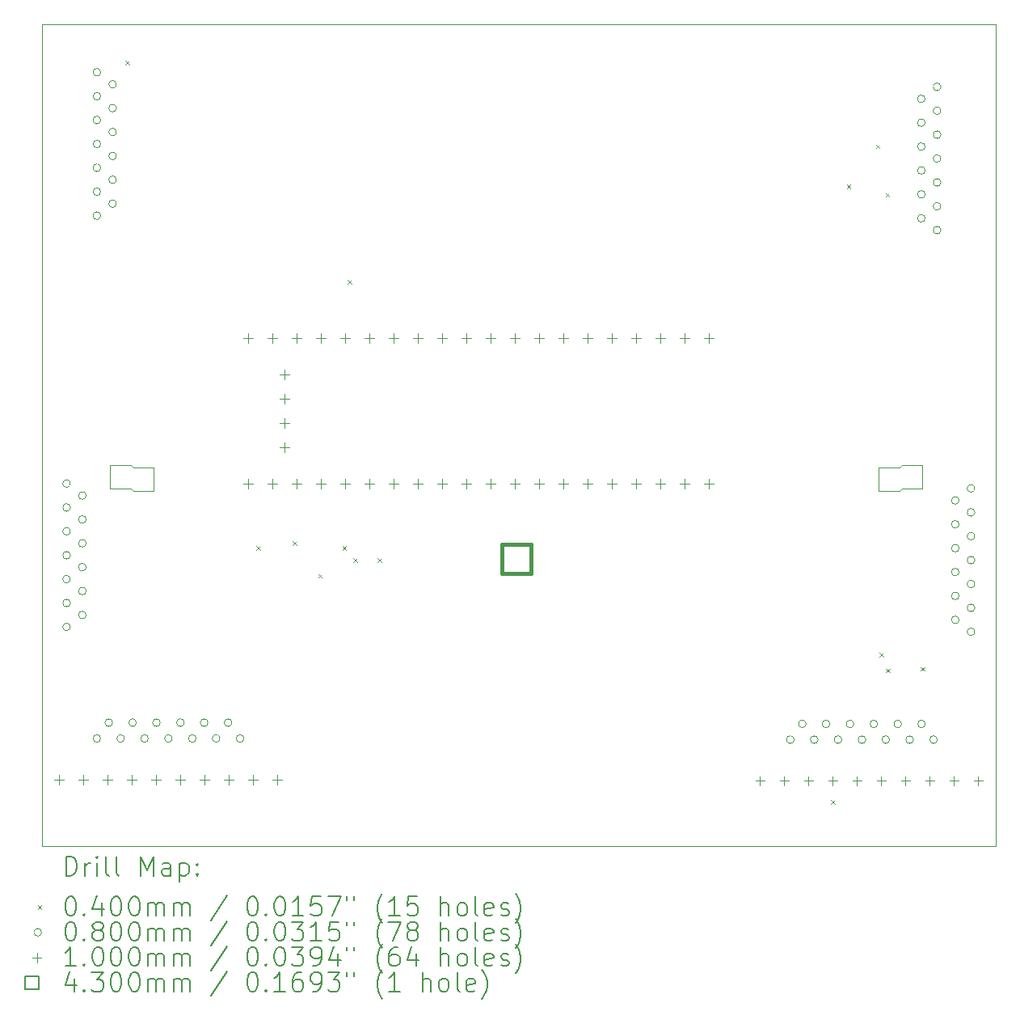
<source format=gbr>
%FSLAX45Y45*%
G04 Gerber Fmt 4.5, Leading zero omitted, Abs format (unit mm)*
G04 Created by KiCad (PCBNEW (6.0.1-0)) date 2022-08-05 19:05:13*
%MOMM*%
%LPD*%
G01*
G04 APERTURE LIST*
%TA.AperFunction,Profile*%
%ADD10C,0.050000*%
%TD*%
%TA.AperFunction,Profile*%
%ADD11C,0.100000*%
%TD*%
%ADD12C,0.200000*%
%ADD13C,0.040000*%
%ADD14C,0.080000*%
%ADD15C,0.100000*%
%ADD16C,0.430000*%
G04 APERTURE END LIST*
D10*
X19870000Y-6200360D02*
X9875000Y-6200360D01*
D11*
X10591800Y-10820400D02*
X10591800Y-11061700D01*
X11049000Y-10845800D02*
X10833100Y-10845800D01*
X11049000Y-11087100D02*
X10833100Y-11087100D01*
X10807700Y-10820400D02*
X10591800Y-10820400D01*
X10591800Y-11061700D02*
X10807700Y-11061700D01*
X19100800Y-10820400D02*
X19100800Y-11061700D01*
X18643600Y-11087100D02*
X18859500Y-11087100D01*
X18884900Y-11061700D02*
X18859500Y-11087100D01*
X18884900Y-10820400D02*
X18859500Y-10845800D01*
X18643600Y-10845800D02*
X18643600Y-11087100D01*
X18884900Y-10820400D02*
X19100800Y-10820400D01*
X19100800Y-11061700D02*
X18884900Y-11061700D01*
X18643600Y-10845800D02*
X18859500Y-10845800D01*
D10*
X9875000Y-14800360D02*
X19870000Y-14800360D01*
X19870000Y-14800360D02*
X19870000Y-6200360D01*
X9875000Y-6200360D02*
X9875000Y-14800360D01*
D11*
X10807700Y-11061700D02*
X10833100Y-11087100D01*
X11049000Y-10845800D02*
X11049000Y-11087100D01*
X10807700Y-10820400D02*
X10833100Y-10845800D01*
D12*
D13*
X10749600Y-6584000D02*
X10789600Y-6624000D01*
X10789600Y-6584000D02*
X10749600Y-6624000D01*
X12121200Y-11664000D02*
X12161200Y-11704000D01*
X12161200Y-11664000D02*
X12121200Y-11704000D01*
X12502200Y-11613200D02*
X12542200Y-11653200D01*
X12542200Y-11613200D02*
X12502200Y-11653200D01*
X12768900Y-11956100D02*
X12808900Y-11996100D01*
X12808900Y-11956100D02*
X12768900Y-11996100D01*
X13022900Y-11664000D02*
X13062900Y-11704000D01*
X13062900Y-11664000D02*
X13022900Y-11704000D01*
X13080000Y-8880000D02*
X13120000Y-8920000D01*
X13120000Y-8880000D02*
X13080000Y-8920000D01*
X13137200Y-11791000D02*
X13177200Y-11831000D01*
X13177200Y-11791000D02*
X13137200Y-11831000D01*
X13391200Y-11791000D02*
X13431200Y-11831000D01*
X13431200Y-11791000D02*
X13391200Y-11831000D01*
X18141000Y-14322973D02*
X18181000Y-14362973D01*
X18181000Y-14322973D02*
X18141000Y-14362973D01*
X18306100Y-7879400D02*
X18346100Y-7919400D01*
X18346100Y-7879400D02*
X18306100Y-7919400D01*
X18610900Y-7460300D02*
X18650900Y-7500300D01*
X18650900Y-7460300D02*
X18610900Y-7500300D01*
X18649000Y-12781600D02*
X18689000Y-12821600D01*
X18689000Y-12781600D02*
X18649000Y-12821600D01*
X18712500Y-7968300D02*
X18752500Y-8008300D01*
X18752500Y-7968300D02*
X18712500Y-8008300D01*
X18716690Y-12946700D02*
X18756690Y-12986700D01*
X18756690Y-12946700D02*
X18716690Y-12986700D01*
X19080000Y-12930000D02*
X19120000Y-12970000D01*
X19120000Y-12930000D02*
X19080000Y-12970000D01*
D14*
X10174600Y-11010200D02*
G75*
G03*
X10174600Y-11010200I-40000J0D01*
G01*
X10174600Y-11260200D02*
G75*
G03*
X10174600Y-11260200I-40000J0D01*
G01*
X10174600Y-11510200D02*
G75*
G03*
X10174600Y-11510200I-40000J0D01*
G01*
X10174600Y-11760200D02*
G75*
G03*
X10174600Y-11760200I-40000J0D01*
G01*
X10174600Y-12010200D02*
G75*
G03*
X10174600Y-12010200I-40000J0D01*
G01*
X10174600Y-12260200D02*
G75*
G03*
X10174600Y-12260200I-40000J0D01*
G01*
X10174600Y-12510200D02*
G75*
G03*
X10174600Y-12510200I-40000J0D01*
G01*
X10339600Y-11135200D02*
G75*
G03*
X10339600Y-11135200I-40000J0D01*
G01*
X10339600Y-11385200D02*
G75*
G03*
X10339600Y-11385200I-40000J0D01*
G01*
X10339600Y-11635200D02*
G75*
G03*
X10339600Y-11635200I-40000J0D01*
G01*
X10339600Y-11885200D02*
G75*
G03*
X10339600Y-11885200I-40000J0D01*
G01*
X10339600Y-12135200D02*
G75*
G03*
X10339600Y-12135200I-40000J0D01*
G01*
X10339600Y-12385200D02*
G75*
G03*
X10339600Y-12385200I-40000J0D01*
G01*
X10491400Y-13677900D02*
G75*
G03*
X10491400Y-13677900I-40000J0D01*
G01*
X10492100Y-6704900D02*
G75*
G03*
X10492100Y-6704900I-40000J0D01*
G01*
X10492100Y-6954900D02*
G75*
G03*
X10492100Y-6954900I-40000J0D01*
G01*
X10492100Y-7204900D02*
G75*
G03*
X10492100Y-7204900I-40000J0D01*
G01*
X10492100Y-7454900D02*
G75*
G03*
X10492100Y-7454900I-40000J0D01*
G01*
X10492100Y-7704900D02*
G75*
G03*
X10492100Y-7704900I-40000J0D01*
G01*
X10492100Y-7954900D02*
G75*
G03*
X10492100Y-7954900I-40000J0D01*
G01*
X10492100Y-8204900D02*
G75*
G03*
X10492100Y-8204900I-40000J0D01*
G01*
X10616400Y-13512900D02*
G75*
G03*
X10616400Y-13512900I-40000J0D01*
G01*
X10657100Y-6829900D02*
G75*
G03*
X10657100Y-6829900I-40000J0D01*
G01*
X10657100Y-7079900D02*
G75*
G03*
X10657100Y-7079900I-40000J0D01*
G01*
X10657100Y-7329900D02*
G75*
G03*
X10657100Y-7329900I-40000J0D01*
G01*
X10657100Y-7579900D02*
G75*
G03*
X10657100Y-7579900I-40000J0D01*
G01*
X10657100Y-7829900D02*
G75*
G03*
X10657100Y-7829900I-40000J0D01*
G01*
X10657100Y-8079900D02*
G75*
G03*
X10657100Y-8079900I-40000J0D01*
G01*
X10741400Y-13677900D02*
G75*
G03*
X10741400Y-13677900I-40000J0D01*
G01*
X10866400Y-13512900D02*
G75*
G03*
X10866400Y-13512900I-40000J0D01*
G01*
X10991400Y-13677900D02*
G75*
G03*
X10991400Y-13677900I-40000J0D01*
G01*
X11116400Y-13512900D02*
G75*
G03*
X11116400Y-13512900I-40000J0D01*
G01*
X11241400Y-13677900D02*
G75*
G03*
X11241400Y-13677900I-40000J0D01*
G01*
X11366400Y-13512900D02*
G75*
G03*
X11366400Y-13512900I-40000J0D01*
G01*
X11491400Y-13677900D02*
G75*
G03*
X11491400Y-13677900I-40000J0D01*
G01*
X11616400Y-13512900D02*
G75*
G03*
X11616400Y-13512900I-40000J0D01*
G01*
X11741400Y-13677900D02*
G75*
G03*
X11741400Y-13677900I-40000J0D01*
G01*
X11866400Y-13512900D02*
G75*
G03*
X11866400Y-13512900I-40000J0D01*
G01*
X11991400Y-13677900D02*
G75*
G03*
X11991400Y-13677900I-40000J0D01*
G01*
X17755800Y-13690600D02*
G75*
G03*
X17755800Y-13690600I-40000J0D01*
G01*
X17880800Y-13525600D02*
G75*
G03*
X17880800Y-13525600I-40000J0D01*
G01*
X18005800Y-13690600D02*
G75*
G03*
X18005800Y-13690600I-40000J0D01*
G01*
X18130800Y-13525600D02*
G75*
G03*
X18130800Y-13525600I-40000J0D01*
G01*
X18255800Y-13690600D02*
G75*
G03*
X18255800Y-13690600I-40000J0D01*
G01*
X18380800Y-13525600D02*
G75*
G03*
X18380800Y-13525600I-40000J0D01*
G01*
X18505800Y-13690600D02*
G75*
G03*
X18505800Y-13690600I-40000J0D01*
G01*
X18630800Y-13525600D02*
G75*
G03*
X18630800Y-13525600I-40000J0D01*
G01*
X18755800Y-13690600D02*
G75*
G03*
X18755800Y-13690600I-40000J0D01*
G01*
X18880800Y-13525600D02*
G75*
G03*
X18880800Y-13525600I-40000J0D01*
G01*
X19005800Y-13690600D02*
G75*
G03*
X19005800Y-13690600I-40000J0D01*
G01*
X19128200Y-6982300D02*
G75*
G03*
X19128200Y-6982300I-40000J0D01*
G01*
X19128200Y-7232300D02*
G75*
G03*
X19128200Y-7232300I-40000J0D01*
G01*
X19128200Y-7482300D02*
G75*
G03*
X19128200Y-7482300I-40000J0D01*
G01*
X19128200Y-7732300D02*
G75*
G03*
X19128200Y-7732300I-40000J0D01*
G01*
X19128200Y-7982300D02*
G75*
G03*
X19128200Y-7982300I-40000J0D01*
G01*
X19128200Y-8232300D02*
G75*
G03*
X19128200Y-8232300I-40000J0D01*
G01*
X19130800Y-13525600D02*
G75*
G03*
X19130800Y-13525600I-40000J0D01*
G01*
X19255800Y-13690600D02*
G75*
G03*
X19255800Y-13690600I-40000J0D01*
G01*
X19293200Y-6857300D02*
G75*
G03*
X19293200Y-6857300I-40000J0D01*
G01*
X19293200Y-7107300D02*
G75*
G03*
X19293200Y-7107300I-40000J0D01*
G01*
X19293200Y-7357300D02*
G75*
G03*
X19293200Y-7357300I-40000J0D01*
G01*
X19293200Y-7607300D02*
G75*
G03*
X19293200Y-7607300I-40000J0D01*
G01*
X19293200Y-7857300D02*
G75*
G03*
X19293200Y-7857300I-40000J0D01*
G01*
X19293200Y-8107300D02*
G75*
G03*
X19293200Y-8107300I-40000J0D01*
G01*
X19293200Y-8357300D02*
G75*
G03*
X19293200Y-8357300I-40000J0D01*
G01*
X19483800Y-11186000D02*
G75*
G03*
X19483800Y-11186000I-40000J0D01*
G01*
X19483800Y-11436000D02*
G75*
G03*
X19483800Y-11436000I-40000J0D01*
G01*
X19483800Y-11686000D02*
G75*
G03*
X19483800Y-11686000I-40000J0D01*
G01*
X19483800Y-11936000D02*
G75*
G03*
X19483800Y-11936000I-40000J0D01*
G01*
X19483800Y-12186000D02*
G75*
G03*
X19483800Y-12186000I-40000J0D01*
G01*
X19483800Y-12436000D02*
G75*
G03*
X19483800Y-12436000I-40000J0D01*
G01*
X19648800Y-11061000D02*
G75*
G03*
X19648800Y-11061000I-40000J0D01*
G01*
X19648800Y-11311000D02*
G75*
G03*
X19648800Y-11311000I-40000J0D01*
G01*
X19648800Y-11561000D02*
G75*
G03*
X19648800Y-11561000I-40000J0D01*
G01*
X19648800Y-11811000D02*
G75*
G03*
X19648800Y-11811000I-40000J0D01*
G01*
X19648800Y-12061000D02*
G75*
G03*
X19648800Y-12061000I-40000J0D01*
G01*
X19648800Y-12311000D02*
G75*
G03*
X19648800Y-12311000I-40000J0D01*
G01*
X19648800Y-12561000D02*
G75*
G03*
X19648800Y-12561000I-40000J0D01*
G01*
D15*
X10058400Y-14059700D02*
X10058400Y-14159700D01*
X10008400Y-14109700D02*
X10108400Y-14109700D01*
X10312400Y-14059700D02*
X10312400Y-14159700D01*
X10262400Y-14109700D02*
X10362400Y-14109700D01*
X10566400Y-14059700D02*
X10566400Y-14159700D01*
X10516400Y-14109700D02*
X10616400Y-14109700D01*
X10820400Y-14059700D02*
X10820400Y-14159700D01*
X10770400Y-14109700D02*
X10870400Y-14109700D01*
X11074400Y-14059700D02*
X11074400Y-14159700D01*
X11024400Y-14109700D02*
X11124400Y-14109700D01*
X11328400Y-14059700D02*
X11328400Y-14159700D01*
X11278400Y-14109700D02*
X11378400Y-14109700D01*
X11582400Y-14059700D02*
X11582400Y-14159700D01*
X11532400Y-14109700D02*
X11632400Y-14109700D01*
X11836400Y-14059700D02*
X11836400Y-14159700D01*
X11786400Y-14109700D02*
X11886400Y-14109700D01*
X12037000Y-9438000D02*
X12037000Y-9538000D01*
X11987000Y-9488000D02*
X12087000Y-9488000D01*
X12037000Y-10962000D02*
X12037000Y-11062000D01*
X11987000Y-11012000D02*
X12087000Y-11012000D01*
X12090400Y-14059700D02*
X12090400Y-14159700D01*
X12040400Y-14109700D02*
X12140400Y-14109700D01*
X12291000Y-9438000D02*
X12291000Y-9538000D01*
X12241000Y-9488000D02*
X12341000Y-9488000D01*
X12291000Y-10962000D02*
X12291000Y-11062000D01*
X12241000Y-11012000D02*
X12341000Y-11012000D01*
X12344400Y-14059700D02*
X12344400Y-14159700D01*
X12294400Y-14109700D02*
X12394400Y-14109700D01*
X12418100Y-9818800D02*
X12418100Y-9918800D01*
X12368100Y-9868800D02*
X12468100Y-9868800D01*
X12418100Y-10072800D02*
X12418100Y-10172800D01*
X12368100Y-10122800D02*
X12468100Y-10122800D01*
X12418100Y-10326800D02*
X12418100Y-10426800D01*
X12368100Y-10376800D02*
X12468100Y-10376800D01*
X12418100Y-10580800D02*
X12418100Y-10680800D01*
X12368100Y-10630800D02*
X12468100Y-10630800D01*
X12545000Y-9438000D02*
X12545000Y-9538000D01*
X12495000Y-9488000D02*
X12595000Y-9488000D01*
X12545000Y-10962000D02*
X12545000Y-11062000D01*
X12495000Y-11012000D02*
X12595000Y-11012000D01*
X12799000Y-9438000D02*
X12799000Y-9538000D01*
X12749000Y-9488000D02*
X12849000Y-9488000D01*
X12799000Y-10962000D02*
X12799000Y-11062000D01*
X12749000Y-11012000D02*
X12849000Y-11012000D01*
X13053000Y-9438000D02*
X13053000Y-9538000D01*
X13003000Y-9488000D02*
X13103000Y-9488000D01*
X13053000Y-10962000D02*
X13053000Y-11062000D01*
X13003000Y-11012000D02*
X13103000Y-11012000D01*
X13307000Y-9438000D02*
X13307000Y-9538000D01*
X13257000Y-9488000D02*
X13357000Y-9488000D01*
X13307000Y-10962000D02*
X13307000Y-11062000D01*
X13257000Y-11012000D02*
X13357000Y-11012000D01*
X13561000Y-9438000D02*
X13561000Y-9538000D01*
X13511000Y-9488000D02*
X13611000Y-9488000D01*
X13561000Y-10962000D02*
X13561000Y-11062000D01*
X13511000Y-11012000D02*
X13611000Y-11012000D01*
X13815000Y-9438000D02*
X13815000Y-9538000D01*
X13765000Y-9488000D02*
X13865000Y-9488000D01*
X13815000Y-10962000D02*
X13815000Y-11062000D01*
X13765000Y-11012000D02*
X13865000Y-11012000D01*
X14069000Y-9438000D02*
X14069000Y-9538000D01*
X14019000Y-9488000D02*
X14119000Y-9488000D01*
X14069000Y-10962000D02*
X14069000Y-11062000D01*
X14019000Y-11012000D02*
X14119000Y-11012000D01*
X14323000Y-9438000D02*
X14323000Y-9538000D01*
X14273000Y-9488000D02*
X14373000Y-9488000D01*
X14323000Y-10962000D02*
X14323000Y-11062000D01*
X14273000Y-11012000D02*
X14373000Y-11012000D01*
X14577000Y-9438000D02*
X14577000Y-9538000D01*
X14527000Y-9488000D02*
X14627000Y-9488000D01*
X14577000Y-10962000D02*
X14577000Y-11062000D01*
X14527000Y-11012000D02*
X14627000Y-11012000D01*
X14831000Y-9438000D02*
X14831000Y-9538000D01*
X14781000Y-9488000D02*
X14881000Y-9488000D01*
X14831000Y-10962000D02*
X14831000Y-11062000D01*
X14781000Y-11012000D02*
X14881000Y-11012000D01*
X15085000Y-9438000D02*
X15085000Y-9538000D01*
X15035000Y-9488000D02*
X15135000Y-9488000D01*
X15085000Y-10962000D02*
X15085000Y-11062000D01*
X15035000Y-11012000D02*
X15135000Y-11012000D01*
X15339000Y-9438000D02*
X15339000Y-9538000D01*
X15289000Y-9488000D02*
X15389000Y-9488000D01*
X15339000Y-10962000D02*
X15339000Y-11062000D01*
X15289000Y-11012000D02*
X15389000Y-11012000D01*
X15593000Y-9438000D02*
X15593000Y-9538000D01*
X15543000Y-9488000D02*
X15643000Y-9488000D01*
X15593000Y-10962000D02*
X15593000Y-11062000D01*
X15543000Y-11012000D02*
X15643000Y-11012000D01*
X15847000Y-9438000D02*
X15847000Y-9538000D01*
X15797000Y-9488000D02*
X15897000Y-9488000D01*
X15847000Y-10962000D02*
X15847000Y-11062000D01*
X15797000Y-11012000D02*
X15897000Y-11012000D01*
X16101000Y-9438000D02*
X16101000Y-9538000D01*
X16051000Y-9488000D02*
X16151000Y-9488000D01*
X16101000Y-10962000D02*
X16101000Y-11062000D01*
X16051000Y-11012000D02*
X16151000Y-11012000D01*
X16355000Y-9438000D02*
X16355000Y-9538000D01*
X16305000Y-9488000D02*
X16405000Y-9488000D01*
X16355000Y-10962000D02*
X16355000Y-11062000D01*
X16305000Y-11012000D02*
X16405000Y-11012000D01*
X16609000Y-9438000D02*
X16609000Y-9538000D01*
X16559000Y-9488000D02*
X16659000Y-9488000D01*
X16609000Y-10962000D02*
X16609000Y-11062000D01*
X16559000Y-11012000D02*
X16659000Y-11012000D01*
X16863000Y-9438000D02*
X16863000Y-9538000D01*
X16813000Y-9488000D02*
X16913000Y-9488000D01*
X16863000Y-10962000D02*
X16863000Y-11062000D01*
X16813000Y-11012000D02*
X16913000Y-11012000D01*
X17399500Y-14072400D02*
X17399500Y-14172400D01*
X17349500Y-14122400D02*
X17449500Y-14122400D01*
X17653500Y-14072400D02*
X17653500Y-14172400D01*
X17603500Y-14122400D02*
X17703500Y-14122400D01*
X17907500Y-14072400D02*
X17907500Y-14172400D01*
X17857500Y-14122400D02*
X17957500Y-14122400D01*
X18161500Y-14072400D02*
X18161500Y-14172400D01*
X18111500Y-14122400D02*
X18211500Y-14122400D01*
X18415500Y-14072400D02*
X18415500Y-14172400D01*
X18365500Y-14122400D02*
X18465500Y-14122400D01*
X18669500Y-14072400D02*
X18669500Y-14172400D01*
X18619500Y-14122400D02*
X18719500Y-14122400D01*
X18923500Y-14072400D02*
X18923500Y-14172400D01*
X18873500Y-14122400D02*
X18973500Y-14122400D01*
X19177500Y-14072400D02*
X19177500Y-14172400D01*
X19127500Y-14122400D02*
X19227500Y-14122400D01*
X19431500Y-14072400D02*
X19431500Y-14172400D01*
X19381500Y-14122400D02*
X19481500Y-14122400D01*
X19685500Y-14072400D02*
X19685500Y-14172400D01*
X19635500Y-14122400D02*
X19735500Y-14122400D01*
D16*
X15002139Y-11952389D02*
X15002139Y-11648331D01*
X14698081Y-11648331D01*
X14698081Y-11952389D01*
X15002139Y-11952389D01*
D12*
X10130119Y-15113336D02*
X10130119Y-14913336D01*
X10177738Y-14913336D01*
X10206310Y-14922860D01*
X10225357Y-14941908D01*
X10234881Y-14960955D01*
X10244405Y-14999050D01*
X10244405Y-15027622D01*
X10234881Y-15065717D01*
X10225357Y-15084765D01*
X10206310Y-15103812D01*
X10177738Y-15113336D01*
X10130119Y-15113336D01*
X10330119Y-15113336D02*
X10330119Y-14980003D01*
X10330119Y-15018098D02*
X10339643Y-14999050D01*
X10349167Y-14989527D01*
X10368214Y-14980003D01*
X10387262Y-14980003D01*
X10453929Y-15113336D02*
X10453929Y-14980003D01*
X10453929Y-14913336D02*
X10444405Y-14922860D01*
X10453929Y-14932384D01*
X10463452Y-14922860D01*
X10453929Y-14913336D01*
X10453929Y-14932384D01*
X10577738Y-15113336D02*
X10558690Y-15103812D01*
X10549167Y-15084765D01*
X10549167Y-14913336D01*
X10682500Y-15113336D02*
X10663452Y-15103812D01*
X10653929Y-15084765D01*
X10653929Y-14913336D01*
X10911071Y-15113336D02*
X10911071Y-14913336D01*
X10977738Y-15056193D01*
X11044405Y-14913336D01*
X11044405Y-15113336D01*
X11225357Y-15113336D02*
X11225357Y-15008574D01*
X11215833Y-14989527D01*
X11196786Y-14980003D01*
X11158690Y-14980003D01*
X11139643Y-14989527D01*
X11225357Y-15103812D02*
X11206309Y-15113336D01*
X11158690Y-15113336D01*
X11139643Y-15103812D01*
X11130119Y-15084765D01*
X11130119Y-15065717D01*
X11139643Y-15046669D01*
X11158690Y-15037146D01*
X11206309Y-15037146D01*
X11225357Y-15027622D01*
X11320595Y-14980003D02*
X11320595Y-15180003D01*
X11320595Y-14989527D02*
X11339643Y-14980003D01*
X11377738Y-14980003D01*
X11396786Y-14989527D01*
X11406309Y-14999050D01*
X11415833Y-15018098D01*
X11415833Y-15075241D01*
X11406309Y-15094288D01*
X11396786Y-15103812D01*
X11377738Y-15113336D01*
X11339643Y-15113336D01*
X11320595Y-15103812D01*
X11501548Y-15094288D02*
X11511071Y-15103812D01*
X11501548Y-15113336D01*
X11492024Y-15103812D01*
X11501548Y-15094288D01*
X11501548Y-15113336D01*
X11501548Y-14989527D02*
X11511071Y-14999050D01*
X11501548Y-15008574D01*
X11492024Y-14999050D01*
X11501548Y-14989527D01*
X11501548Y-15008574D01*
D13*
X9832500Y-15422860D02*
X9872500Y-15462860D01*
X9872500Y-15422860D02*
X9832500Y-15462860D01*
D12*
X10168214Y-15333336D02*
X10187262Y-15333336D01*
X10206310Y-15342860D01*
X10215833Y-15352384D01*
X10225357Y-15371431D01*
X10234881Y-15409527D01*
X10234881Y-15457146D01*
X10225357Y-15495241D01*
X10215833Y-15514288D01*
X10206310Y-15523812D01*
X10187262Y-15533336D01*
X10168214Y-15533336D01*
X10149167Y-15523812D01*
X10139643Y-15514288D01*
X10130119Y-15495241D01*
X10120595Y-15457146D01*
X10120595Y-15409527D01*
X10130119Y-15371431D01*
X10139643Y-15352384D01*
X10149167Y-15342860D01*
X10168214Y-15333336D01*
X10320595Y-15514288D02*
X10330119Y-15523812D01*
X10320595Y-15533336D01*
X10311071Y-15523812D01*
X10320595Y-15514288D01*
X10320595Y-15533336D01*
X10501548Y-15400003D02*
X10501548Y-15533336D01*
X10453929Y-15323812D02*
X10406310Y-15466669D01*
X10530119Y-15466669D01*
X10644405Y-15333336D02*
X10663452Y-15333336D01*
X10682500Y-15342860D01*
X10692024Y-15352384D01*
X10701548Y-15371431D01*
X10711071Y-15409527D01*
X10711071Y-15457146D01*
X10701548Y-15495241D01*
X10692024Y-15514288D01*
X10682500Y-15523812D01*
X10663452Y-15533336D01*
X10644405Y-15533336D01*
X10625357Y-15523812D01*
X10615833Y-15514288D01*
X10606310Y-15495241D01*
X10596786Y-15457146D01*
X10596786Y-15409527D01*
X10606310Y-15371431D01*
X10615833Y-15352384D01*
X10625357Y-15342860D01*
X10644405Y-15333336D01*
X10834881Y-15333336D02*
X10853929Y-15333336D01*
X10872976Y-15342860D01*
X10882500Y-15352384D01*
X10892024Y-15371431D01*
X10901548Y-15409527D01*
X10901548Y-15457146D01*
X10892024Y-15495241D01*
X10882500Y-15514288D01*
X10872976Y-15523812D01*
X10853929Y-15533336D01*
X10834881Y-15533336D01*
X10815833Y-15523812D01*
X10806310Y-15514288D01*
X10796786Y-15495241D01*
X10787262Y-15457146D01*
X10787262Y-15409527D01*
X10796786Y-15371431D01*
X10806310Y-15352384D01*
X10815833Y-15342860D01*
X10834881Y-15333336D01*
X10987262Y-15533336D02*
X10987262Y-15400003D01*
X10987262Y-15419050D02*
X10996786Y-15409527D01*
X11015833Y-15400003D01*
X11044405Y-15400003D01*
X11063452Y-15409527D01*
X11072976Y-15428574D01*
X11072976Y-15533336D01*
X11072976Y-15428574D02*
X11082500Y-15409527D01*
X11101548Y-15400003D01*
X11130119Y-15400003D01*
X11149167Y-15409527D01*
X11158690Y-15428574D01*
X11158690Y-15533336D01*
X11253928Y-15533336D02*
X11253928Y-15400003D01*
X11253928Y-15419050D02*
X11263452Y-15409527D01*
X11282500Y-15400003D01*
X11311071Y-15400003D01*
X11330119Y-15409527D01*
X11339643Y-15428574D01*
X11339643Y-15533336D01*
X11339643Y-15428574D02*
X11349167Y-15409527D01*
X11368214Y-15400003D01*
X11396786Y-15400003D01*
X11415833Y-15409527D01*
X11425357Y-15428574D01*
X11425357Y-15533336D01*
X11815833Y-15323812D02*
X11644405Y-15580955D01*
X12072976Y-15333336D02*
X12092024Y-15333336D01*
X12111071Y-15342860D01*
X12120595Y-15352384D01*
X12130119Y-15371431D01*
X12139643Y-15409527D01*
X12139643Y-15457146D01*
X12130119Y-15495241D01*
X12120595Y-15514288D01*
X12111071Y-15523812D01*
X12092024Y-15533336D01*
X12072976Y-15533336D01*
X12053928Y-15523812D01*
X12044405Y-15514288D01*
X12034881Y-15495241D01*
X12025357Y-15457146D01*
X12025357Y-15409527D01*
X12034881Y-15371431D01*
X12044405Y-15352384D01*
X12053928Y-15342860D01*
X12072976Y-15333336D01*
X12225357Y-15514288D02*
X12234881Y-15523812D01*
X12225357Y-15533336D01*
X12215833Y-15523812D01*
X12225357Y-15514288D01*
X12225357Y-15533336D01*
X12358690Y-15333336D02*
X12377738Y-15333336D01*
X12396786Y-15342860D01*
X12406309Y-15352384D01*
X12415833Y-15371431D01*
X12425357Y-15409527D01*
X12425357Y-15457146D01*
X12415833Y-15495241D01*
X12406309Y-15514288D01*
X12396786Y-15523812D01*
X12377738Y-15533336D01*
X12358690Y-15533336D01*
X12339643Y-15523812D01*
X12330119Y-15514288D01*
X12320595Y-15495241D01*
X12311071Y-15457146D01*
X12311071Y-15409527D01*
X12320595Y-15371431D01*
X12330119Y-15352384D01*
X12339643Y-15342860D01*
X12358690Y-15333336D01*
X12615833Y-15533336D02*
X12501548Y-15533336D01*
X12558690Y-15533336D02*
X12558690Y-15333336D01*
X12539643Y-15361908D01*
X12520595Y-15380955D01*
X12501548Y-15390479D01*
X12796786Y-15333336D02*
X12701548Y-15333336D01*
X12692024Y-15428574D01*
X12701548Y-15419050D01*
X12720595Y-15409527D01*
X12768214Y-15409527D01*
X12787262Y-15419050D01*
X12796786Y-15428574D01*
X12806309Y-15447622D01*
X12806309Y-15495241D01*
X12796786Y-15514288D01*
X12787262Y-15523812D01*
X12768214Y-15533336D01*
X12720595Y-15533336D01*
X12701548Y-15523812D01*
X12692024Y-15514288D01*
X12872976Y-15333336D02*
X13006309Y-15333336D01*
X12920595Y-15533336D01*
X13072976Y-15333336D02*
X13072976Y-15371431D01*
X13149167Y-15333336D02*
X13149167Y-15371431D01*
X13444405Y-15609527D02*
X13434881Y-15600003D01*
X13415833Y-15571431D01*
X13406309Y-15552384D01*
X13396786Y-15523812D01*
X13387262Y-15476193D01*
X13387262Y-15438098D01*
X13396786Y-15390479D01*
X13406309Y-15361908D01*
X13415833Y-15342860D01*
X13434881Y-15314288D01*
X13444405Y-15304765D01*
X13625357Y-15533336D02*
X13511071Y-15533336D01*
X13568214Y-15533336D02*
X13568214Y-15333336D01*
X13549167Y-15361908D01*
X13530119Y-15380955D01*
X13511071Y-15390479D01*
X13806309Y-15333336D02*
X13711071Y-15333336D01*
X13701548Y-15428574D01*
X13711071Y-15419050D01*
X13730119Y-15409527D01*
X13777738Y-15409527D01*
X13796786Y-15419050D01*
X13806309Y-15428574D01*
X13815833Y-15447622D01*
X13815833Y-15495241D01*
X13806309Y-15514288D01*
X13796786Y-15523812D01*
X13777738Y-15533336D01*
X13730119Y-15533336D01*
X13711071Y-15523812D01*
X13701548Y-15514288D01*
X14053928Y-15533336D02*
X14053928Y-15333336D01*
X14139643Y-15533336D02*
X14139643Y-15428574D01*
X14130119Y-15409527D01*
X14111071Y-15400003D01*
X14082500Y-15400003D01*
X14063452Y-15409527D01*
X14053928Y-15419050D01*
X14263452Y-15533336D02*
X14244405Y-15523812D01*
X14234881Y-15514288D01*
X14225357Y-15495241D01*
X14225357Y-15438098D01*
X14234881Y-15419050D01*
X14244405Y-15409527D01*
X14263452Y-15400003D01*
X14292024Y-15400003D01*
X14311071Y-15409527D01*
X14320595Y-15419050D01*
X14330119Y-15438098D01*
X14330119Y-15495241D01*
X14320595Y-15514288D01*
X14311071Y-15523812D01*
X14292024Y-15533336D01*
X14263452Y-15533336D01*
X14444405Y-15533336D02*
X14425357Y-15523812D01*
X14415833Y-15504765D01*
X14415833Y-15333336D01*
X14596786Y-15523812D02*
X14577738Y-15533336D01*
X14539643Y-15533336D01*
X14520595Y-15523812D01*
X14511071Y-15504765D01*
X14511071Y-15428574D01*
X14520595Y-15409527D01*
X14539643Y-15400003D01*
X14577738Y-15400003D01*
X14596786Y-15409527D01*
X14606309Y-15428574D01*
X14606309Y-15447622D01*
X14511071Y-15466669D01*
X14682500Y-15523812D02*
X14701548Y-15533336D01*
X14739643Y-15533336D01*
X14758690Y-15523812D01*
X14768214Y-15504765D01*
X14768214Y-15495241D01*
X14758690Y-15476193D01*
X14739643Y-15466669D01*
X14711071Y-15466669D01*
X14692024Y-15457146D01*
X14682500Y-15438098D01*
X14682500Y-15428574D01*
X14692024Y-15409527D01*
X14711071Y-15400003D01*
X14739643Y-15400003D01*
X14758690Y-15409527D01*
X14834881Y-15609527D02*
X14844405Y-15600003D01*
X14863452Y-15571431D01*
X14872976Y-15552384D01*
X14882500Y-15523812D01*
X14892024Y-15476193D01*
X14892024Y-15438098D01*
X14882500Y-15390479D01*
X14872976Y-15361908D01*
X14863452Y-15342860D01*
X14844405Y-15314288D01*
X14834881Y-15304765D01*
D14*
X9872500Y-15706860D02*
G75*
G03*
X9872500Y-15706860I-40000J0D01*
G01*
D12*
X10168214Y-15597336D02*
X10187262Y-15597336D01*
X10206310Y-15606860D01*
X10215833Y-15616384D01*
X10225357Y-15635431D01*
X10234881Y-15673527D01*
X10234881Y-15721146D01*
X10225357Y-15759241D01*
X10215833Y-15778288D01*
X10206310Y-15787812D01*
X10187262Y-15797336D01*
X10168214Y-15797336D01*
X10149167Y-15787812D01*
X10139643Y-15778288D01*
X10130119Y-15759241D01*
X10120595Y-15721146D01*
X10120595Y-15673527D01*
X10130119Y-15635431D01*
X10139643Y-15616384D01*
X10149167Y-15606860D01*
X10168214Y-15597336D01*
X10320595Y-15778288D02*
X10330119Y-15787812D01*
X10320595Y-15797336D01*
X10311071Y-15787812D01*
X10320595Y-15778288D01*
X10320595Y-15797336D01*
X10444405Y-15683050D02*
X10425357Y-15673527D01*
X10415833Y-15664003D01*
X10406310Y-15644955D01*
X10406310Y-15635431D01*
X10415833Y-15616384D01*
X10425357Y-15606860D01*
X10444405Y-15597336D01*
X10482500Y-15597336D01*
X10501548Y-15606860D01*
X10511071Y-15616384D01*
X10520595Y-15635431D01*
X10520595Y-15644955D01*
X10511071Y-15664003D01*
X10501548Y-15673527D01*
X10482500Y-15683050D01*
X10444405Y-15683050D01*
X10425357Y-15692574D01*
X10415833Y-15702098D01*
X10406310Y-15721146D01*
X10406310Y-15759241D01*
X10415833Y-15778288D01*
X10425357Y-15787812D01*
X10444405Y-15797336D01*
X10482500Y-15797336D01*
X10501548Y-15787812D01*
X10511071Y-15778288D01*
X10520595Y-15759241D01*
X10520595Y-15721146D01*
X10511071Y-15702098D01*
X10501548Y-15692574D01*
X10482500Y-15683050D01*
X10644405Y-15597336D02*
X10663452Y-15597336D01*
X10682500Y-15606860D01*
X10692024Y-15616384D01*
X10701548Y-15635431D01*
X10711071Y-15673527D01*
X10711071Y-15721146D01*
X10701548Y-15759241D01*
X10692024Y-15778288D01*
X10682500Y-15787812D01*
X10663452Y-15797336D01*
X10644405Y-15797336D01*
X10625357Y-15787812D01*
X10615833Y-15778288D01*
X10606310Y-15759241D01*
X10596786Y-15721146D01*
X10596786Y-15673527D01*
X10606310Y-15635431D01*
X10615833Y-15616384D01*
X10625357Y-15606860D01*
X10644405Y-15597336D01*
X10834881Y-15597336D02*
X10853929Y-15597336D01*
X10872976Y-15606860D01*
X10882500Y-15616384D01*
X10892024Y-15635431D01*
X10901548Y-15673527D01*
X10901548Y-15721146D01*
X10892024Y-15759241D01*
X10882500Y-15778288D01*
X10872976Y-15787812D01*
X10853929Y-15797336D01*
X10834881Y-15797336D01*
X10815833Y-15787812D01*
X10806310Y-15778288D01*
X10796786Y-15759241D01*
X10787262Y-15721146D01*
X10787262Y-15673527D01*
X10796786Y-15635431D01*
X10806310Y-15616384D01*
X10815833Y-15606860D01*
X10834881Y-15597336D01*
X10987262Y-15797336D02*
X10987262Y-15664003D01*
X10987262Y-15683050D02*
X10996786Y-15673527D01*
X11015833Y-15664003D01*
X11044405Y-15664003D01*
X11063452Y-15673527D01*
X11072976Y-15692574D01*
X11072976Y-15797336D01*
X11072976Y-15692574D02*
X11082500Y-15673527D01*
X11101548Y-15664003D01*
X11130119Y-15664003D01*
X11149167Y-15673527D01*
X11158690Y-15692574D01*
X11158690Y-15797336D01*
X11253928Y-15797336D02*
X11253928Y-15664003D01*
X11253928Y-15683050D02*
X11263452Y-15673527D01*
X11282500Y-15664003D01*
X11311071Y-15664003D01*
X11330119Y-15673527D01*
X11339643Y-15692574D01*
X11339643Y-15797336D01*
X11339643Y-15692574D02*
X11349167Y-15673527D01*
X11368214Y-15664003D01*
X11396786Y-15664003D01*
X11415833Y-15673527D01*
X11425357Y-15692574D01*
X11425357Y-15797336D01*
X11815833Y-15587812D02*
X11644405Y-15844955D01*
X12072976Y-15597336D02*
X12092024Y-15597336D01*
X12111071Y-15606860D01*
X12120595Y-15616384D01*
X12130119Y-15635431D01*
X12139643Y-15673527D01*
X12139643Y-15721146D01*
X12130119Y-15759241D01*
X12120595Y-15778288D01*
X12111071Y-15787812D01*
X12092024Y-15797336D01*
X12072976Y-15797336D01*
X12053928Y-15787812D01*
X12044405Y-15778288D01*
X12034881Y-15759241D01*
X12025357Y-15721146D01*
X12025357Y-15673527D01*
X12034881Y-15635431D01*
X12044405Y-15616384D01*
X12053928Y-15606860D01*
X12072976Y-15597336D01*
X12225357Y-15778288D02*
X12234881Y-15787812D01*
X12225357Y-15797336D01*
X12215833Y-15787812D01*
X12225357Y-15778288D01*
X12225357Y-15797336D01*
X12358690Y-15597336D02*
X12377738Y-15597336D01*
X12396786Y-15606860D01*
X12406309Y-15616384D01*
X12415833Y-15635431D01*
X12425357Y-15673527D01*
X12425357Y-15721146D01*
X12415833Y-15759241D01*
X12406309Y-15778288D01*
X12396786Y-15787812D01*
X12377738Y-15797336D01*
X12358690Y-15797336D01*
X12339643Y-15787812D01*
X12330119Y-15778288D01*
X12320595Y-15759241D01*
X12311071Y-15721146D01*
X12311071Y-15673527D01*
X12320595Y-15635431D01*
X12330119Y-15616384D01*
X12339643Y-15606860D01*
X12358690Y-15597336D01*
X12492024Y-15597336D02*
X12615833Y-15597336D01*
X12549167Y-15673527D01*
X12577738Y-15673527D01*
X12596786Y-15683050D01*
X12606309Y-15692574D01*
X12615833Y-15711622D01*
X12615833Y-15759241D01*
X12606309Y-15778288D01*
X12596786Y-15787812D01*
X12577738Y-15797336D01*
X12520595Y-15797336D01*
X12501548Y-15787812D01*
X12492024Y-15778288D01*
X12806309Y-15797336D02*
X12692024Y-15797336D01*
X12749167Y-15797336D02*
X12749167Y-15597336D01*
X12730119Y-15625908D01*
X12711071Y-15644955D01*
X12692024Y-15654479D01*
X12987262Y-15597336D02*
X12892024Y-15597336D01*
X12882500Y-15692574D01*
X12892024Y-15683050D01*
X12911071Y-15673527D01*
X12958690Y-15673527D01*
X12977738Y-15683050D01*
X12987262Y-15692574D01*
X12996786Y-15711622D01*
X12996786Y-15759241D01*
X12987262Y-15778288D01*
X12977738Y-15787812D01*
X12958690Y-15797336D01*
X12911071Y-15797336D01*
X12892024Y-15787812D01*
X12882500Y-15778288D01*
X13072976Y-15597336D02*
X13072976Y-15635431D01*
X13149167Y-15597336D02*
X13149167Y-15635431D01*
X13444405Y-15873527D02*
X13434881Y-15864003D01*
X13415833Y-15835431D01*
X13406309Y-15816384D01*
X13396786Y-15787812D01*
X13387262Y-15740193D01*
X13387262Y-15702098D01*
X13396786Y-15654479D01*
X13406309Y-15625908D01*
X13415833Y-15606860D01*
X13434881Y-15578288D01*
X13444405Y-15568765D01*
X13501548Y-15597336D02*
X13634881Y-15597336D01*
X13549167Y-15797336D01*
X13739643Y-15683050D02*
X13720595Y-15673527D01*
X13711071Y-15664003D01*
X13701548Y-15644955D01*
X13701548Y-15635431D01*
X13711071Y-15616384D01*
X13720595Y-15606860D01*
X13739643Y-15597336D01*
X13777738Y-15597336D01*
X13796786Y-15606860D01*
X13806309Y-15616384D01*
X13815833Y-15635431D01*
X13815833Y-15644955D01*
X13806309Y-15664003D01*
X13796786Y-15673527D01*
X13777738Y-15683050D01*
X13739643Y-15683050D01*
X13720595Y-15692574D01*
X13711071Y-15702098D01*
X13701548Y-15721146D01*
X13701548Y-15759241D01*
X13711071Y-15778288D01*
X13720595Y-15787812D01*
X13739643Y-15797336D01*
X13777738Y-15797336D01*
X13796786Y-15787812D01*
X13806309Y-15778288D01*
X13815833Y-15759241D01*
X13815833Y-15721146D01*
X13806309Y-15702098D01*
X13796786Y-15692574D01*
X13777738Y-15683050D01*
X14053928Y-15797336D02*
X14053928Y-15597336D01*
X14139643Y-15797336D02*
X14139643Y-15692574D01*
X14130119Y-15673527D01*
X14111071Y-15664003D01*
X14082500Y-15664003D01*
X14063452Y-15673527D01*
X14053928Y-15683050D01*
X14263452Y-15797336D02*
X14244405Y-15787812D01*
X14234881Y-15778288D01*
X14225357Y-15759241D01*
X14225357Y-15702098D01*
X14234881Y-15683050D01*
X14244405Y-15673527D01*
X14263452Y-15664003D01*
X14292024Y-15664003D01*
X14311071Y-15673527D01*
X14320595Y-15683050D01*
X14330119Y-15702098D01*
X14330119Y-15759241D01*
X14320595Y-15778288D01*
X14311071Y-15787812D01*
X14292024Y-15797336D01*
X14263452Y-15797336D01*
X14444405Y-15797336D02*
X14425357Y-15787812D01*
X14415833Y-15768765D01*
X14415833Y-15597336D01*
X14596786Y-15787812D02*
X14577738Y-15797336D01*
X14539643Y-15797336D01*
X14520595Y-15787812D01*
X14511071Y-15768765D01*
X14511071Y-15692574D01*
X14520595Y-15673527D01*
X14539643Y-15664003D01*
X14577738Y-15664003D01*
X14596786Y-15673527D01*
X14606309Y-15692574D01*
X14606309Y-15711622D01*
X14511071Y-15730669D01*
X14682500Y-15787812D02*
X14701548Y-15797336D01*
X14739643Y-15797336D01*
X14758690Y-15787812D01*
X14768214Y-15768765D01*
X14768214Y-15759241D01*
X14758690Y-15740193D01*
X14739643Y-15730669D01*
X14711071Y-15730669D01*
X14692024Y-15721146D01*
X14682500Y-15702098D01*
X14682500Y-15692574D01*
X14692024Y-15673527D01*
X14711071Y-15664003D01*
X14739643Y-15664003D01*
X14758690Y-15673527D01*
X14834881Y-15873527D02*
X14844405Y-15864003D01*
X14863452Y-15835431D01*
X14872976Y-15816384D01*
X14882500Y-15787812D01*
X14892024Y-15740193D01*
X14892024Y-15702098D01*
X14882500Y-15654479D01*
X14872976Y-15625908D01*
X14863452Y-15606860D01*
X14844405Y-15578288D01*
X14834881Y-15568765D01*
D15*
X9822500Y-15920860D02*
X9822500Y-16020860D01*
X9772500Y-15970860D02*
X9872500Y-15970860D01*
D12*
X10234881Y-16061336D02*
X10120595Y-16061336D01*
X10177738Y-16061336D02*
X10177738Y-15861336D01*
X10158690Y-15889908D01*
X10139643Y-15908955D01*
X10120595Y-15918479D01*
X10320595Y-16042288D02*
X10330119Y-16051812D01*
X10320595Y-16061336D01*
X10311071Y-16051812D01*
X10320595Y-16042288D01*
X10320595Y-16061336D01*
X10453929Y-15861336D02*
X10472976Y-15861336D01*
X10492024Y-15870860D01*
X10501548Y-15880384D01*
X10511071Y-15899431D01*
X10520595Y-15937527D01*
X10520595Y-15985146D01*
X10511071Y-16023241D01*
X10501548Y-16042288D01*
X10492024Y-16051812D01*
X10472976Y-16061336D01*
X10453929Y-16061336D01*
X10434881Y-16051812D01*
X10425357Y-16042288D01*
X10415833Y-16023241D01*
X10406310Y-15985146D01*
X10406310Y-15937527D01*
X10415833Y-15899431D01*
X10425357Y-15880384D01*
X10434881Y-15870860D01*
X10453929Y-15861336D01*
X10644405Y-15861336D02*
X10663452Y-15861336D01*
X10682500Y-15870860D01*
X10692024Y-15880384D01*
X10701548Y-15899431D01*
X10711071Y-15937527D01*
X10711071Y-15985146D01*
X10701548Y-16023241D01*
X10692024Y-16042288D01*
X10682500Y-16051812D01*
X10663452Y-16061336D01*
X10644405Y-16061336D01*
X10625357Y-16051812D01*
X10615833Y-16042288D01*
X10606310Y-16023241D01*
X10596786Y-15985146D01*
X10596786Y-15937527D01*
X10606310Y-15899431D01*
X10615833Y-15880384D01*
X10625357Y-15870860D01*
X10644405Y-15861336D01*
X10834881Y-15861336D02*
X10853929Y-15861336D01*
X10872976Y-15870860D01*
X10882500Y-15880384D01*
X10892024Y-15899431D01*
X10901548Y-15937527D01*
X10901548Y-15985146D01*
X10892024Y-16023241D01*
X10882500Y-16042288D01*
X10872976Y-16051812D01*
X10853929Y-16061336D01*
X10834881Y-16061336D01*
X10815833Y-16051812D01*
X10806310Y-16042288D01*
X10796786Y-16023241D01*
X10787262Y-15985146D01*
X10787262Y-15937527D01*
X10796786Y-15899431D01*
X10806310Y-15880384D01*
X10815833Y-15870860D01*
X10834881Y-15861336D01*
X10987262Y-16061336D02*
X10987262Y-15928003D01*
X10987262Y-15947050D02*
X10996786Y-15937527D01*
X11015833Y-15928003D01*
X11044405Y-15928003D01*
X11063452Y-15937527D01*
X11072976Y-15956574D01*
X11072976Y-16061336D01*
X11072976Y-15956574D02*
X11082500Y-15937527D01*
X11101548Y-15928003D01*
X11130119Y-15928003D01*
X11149167Y-15937527D01*
X11158690Y-15956574D01*
X11158690Y-16061336D01*
X11253928Y-16061336D02*
X11253928Y-15928003D01*
X11253928Y-15947050D02*
X11263452Y-15937527D01*
X11282500Y-15928003D01*
X11311071Y-15928003D01*
X11330119Y-15937527D01*
X11339643Y-15956574D01*
X11339643Y-16061336D01*
X11339643Y-15956574D02*
X11349167Y-15937527D01*
X11368214Y-15928003D01*
X11396786Y-15928003D01*
X11415833Y-15937527D01*
X11425357Y-15956574D01*
X11425357Y-16061336D01*
X11815833Y-15851812D02*
X11644405Y-16108955D01*
X12072976Y-15861336D02*
X12092024Y-15861336D01*
X12111071Y-15870860D01*
X12120595Y-15880384D01*
X12130119Y-15899431D01*
X12139643Y-15937527D01*
X12139643Y-15985146D01*
X12130119Y-16023241D01*
X12120595Y-16042288D01*
X12111071Y-16051812D01*
X12092024Y-16061336D01*
X12072976Y-16061336D01*
X12053928Y-16051812D01*
X12044405Y-16042288D01*
X12034881Y-16023241D01*
X12025357Y-15985146D01*
X12025357Y-15937527D01*
X12034881Y-15899431D01*
X12044405Y-15880384D01*
X12053928Y-15870860D01*
X12072976Y-15861336D01*
X12225357Y-16042288D02*
X12234881Y-16051812D01*
X12225357Y-16061336D01*
X12215833Y-16051812D01*
X12225357Y-16042288D01*
X12225357Y-16061336D01*
X12358690Y-15861336D02*
X12377738Y-15861336D01*
X12396786Y-15870860D01*
X12406309Y-15880384D01*
X12415833Y-15899431D01*
X12425357Y-15937527D01*
X12425357Y-15985146D01*
X12415833Y-16023241D01*
X12406309Y-16042288D01*
X12396786Y-16051812D01*
X12377738Y-16061336D01*
X12358690Y-16061336D01*
X12339643Y-16051812D01*
X12330119Y-16042288D01*
X12320595Y-16023241D01*
X12311071Y-15985146D01*
X12311071Y-15937527D01*
X12320595Y-15899431D01*
X12330119Y-15880384D01*
X12339643Y-15870860D01*
X12358690Y-15861336D01*
X12492024Y-15861336D02*
X12615833Y-15861336D01*
X12549167Y-15937527D01*
X12577738Y-15937527D01*
X12596786Y-15947050D01*
X12606309Y-15956574D01*
X12615833Y-15975622D01*
X12615833Y-16023241D01*
X12606309Y-16042288D01*
X12596786Y-16051812D01*
X12577738Y-16061336D01*
X12520595Y-16061336D01*
X12501548Y-16051812D01*
X12492024Y-16042288D01*
X12711071Y-16061336D02*
X12749167Y-16061336D01*
X12768214Y-16051812D01*
X12777738Y-16042288D01*
X12796786Y-16013717D01*
X12806309Y-15975622D01*
X12806309Y-15899431D01*
X12796786Y-15880384D01*
X12787262Y-15870860D01*
X12768214Y-15861336D01*
X12730119Y-15861336D01*
X12711071Y-15870860D01*
X12701548Y-15880384D01*
X12692024Y-15899431D01*
X12692024Y-15947050D01*
X12701548Y-15966098D01*
X12711071Y-15975622D01*
X12730119Y-15985146D01*
X12768214Y-15985146D01*
X12787262Y-15975622D01*
X12796786Y-15966098D01*
X12806309Y-15947050D01*
X12977738Y-15928003D02*
X12977738Y-16061336D01*
X12930119Y-15851812D02*
X12882500Y-15994669D01*
X13006309Y-15994669D01*
X13072976Y-15861336D02*
X13072976Y-15899431D01*
X13149167Y-15861336D02*
X13149167Y-15899431D01*
X13444405Y-16137527D02*
X13434881Y-16128003D01*
X13415833Y-16099431D01*
X13406309Y-16080384D01*
X13396786Y-16051812D01*
X13387262Y-16004193D01*
X13387262Y-15966098D01*
X13396786Y-15918479D01*
X13406309Y-15889908D01*
X13415833Y-15870860D01*
X13434881Y-15842288D01*
X13444405Y-15832765D01*
X13606309Y-15861336D02*
X13568214Y-15861336D01*
X13549167Y-15870860D01*
X13539643Y-15880384D01*
X13520595Y-15908955D01*
X13511071Y-15947050D01*
X13511071Y-16023241D01*
X13520595Y-16042288D01*
X13530119Y-16051812D01*
X13549167Y-16061336D01*
X13587262Y-16061336D01*
X13606309Y-16051812D01*
X13615833Y-16042288D01*
X13625357Y-16023241D01*
X13625357Y-15975622D01*
X13615833Y-15956574D01*
X13606309Y-15947050D01*
X13587262Y-15937527D01*
X13549167Y-15937527D01*
X13530119Y-15947050D01*
X13520595Y-15956574D01*
X13511071Y-15975622D01*
X13796786Y-15928003D02*
X13796786Y-16061336D01*
X13749167Y-15851812D02*
X13701548Y-15994669D01*
X13825357Y-15994669D01*
X14053928Y-16061336D02*
X14053928Y-15861336D01*
X14139643Y-16061336D02*
X14139643Y-15956574D01*
X14130119Y-15937527D01*
X14111071Y-15928003D01*
X14082500Y-15928003D01*
X14063452Y-15937527D01*
X14053928Y-15947050D01*
X14263452Y-16061336D02*
X14244405Y-16051812D01*
X14234881Y-16042288D01*
X14225357Y-16023241D01*
X14225357Y-15966098D01*
X14234881Y-15947050D01*
X14244405Y-15937527D01*
X14263452Y-15928003D01*
X14292024Y-15928003D01*
X14311071Y-15937527D01*
X14320595Y-15947050D01*
X14330119Y-15966098D01*
X14330119Y-16023241D01*
X14320595Y-16042288D01*
X14311071Y-16051812D01*
X14292024Y-16061336D01*
X14263452Y-16061336D01*
X14444405Y-16061336D02*
X14425357Y-16051812D01*
X14415833Y-16032765D01*
X14415833Y-15861336D01*
X14596786Y-16051812D02*
X14577738Y-16061336D01*
X14539643Y-16061336D01*
X14520595Y-16051812D01*
X14511071Y-16032765D01*
X14511071Y-15956574D01*
X14520595Y-15937527D01*
X14539643Y-15928003D01*
X14577738Y-15928003D01*
X14596786Y-15937527D01*
X14606309Y-15956574D01*
X14606309Y-15975622D01*
X14511071Y-15994669D01*
X14682500Y-16051812D02*
X14701548Y-16061336D01*
X14739643Y-16061336D01*
X14758690Y-16051812D01*
X14768214Y-16032765D01*
X14768214Y-16023241D01*
X14758690Y-16004193D01*
X14739643Y-15994669D01*
X14711071Y-15994669D01*
X14692024Y-15985146D01*
X14682500Y-15966098D01*
X14682500Y-15956574D01*
X14692024Y-15937527D01*
X14711071Y-15928003D01*
X14739643Y-15928003D01*
X14758690Y-15937527D01*
X14834881Y-16137527D02*
X14844405Y-16128003D01*
X14863452Y-16099431D01*
X14872976Y-16080384D01*
X14882500Y-16051812D01*
X14892024Y-16004193D01*
X14892024Y-15966098D01*
X14882500Y-15918479D01*
X14872976Y-15889908D01*
X14863452Y-15870860D01*
X14844405Y-15842288D01*
X14834881Y-15832765D01*
X9843211Y-16305571D02*
X9843211Y-16164149D01*
X9701789Y-16164149D01*
X9701789Y-16305571D01*
X9843211Y-16305571D01*
X10215833Y-16192003D02*
X10215833Y-16325336D01*
X10168214Y-16115812D02*
X10120595Y-16258669D01*
X10244405Y-16258669D01*
X10320595Y-16306288D02*
X10330119Y-16315812D01*
X10320595Y-16325336D01*
X10311071Y-16315812D01*
X10320595Y-16306288D01*
X10320595Y-16325336D01*
X10396786Y-16125336D02*
X10520595Y-16125336D01*
X10453929Y-16201527D01*
X10482500Y-16201527D01*
X10501548Y-16211050D01*
X10511071Y-16220574D01*
X10520595Y-16239622D01*
X10520595Y-16287241D01*
X10511071Y-16306288D01*
X10501548Y-16315812D01*
X10482500Y-16325336D01*
X10425357Y-16325336D01*
X10406310Y-16315812D01*
X10396786Y-16306288D01*
X10644405Y-16125336D02*
X10663452Y-16125336D01*
X10682500Y-16134860D01*
X10692024Y-16144384D01*
X10701548Y-16163431D01*
X10711071Y-16201527D01*
X10711071Y-16249146D01*
X10701548Y-16287241D01*
X10692024Y-16306288D01*
X10682500Y-16315812D01*
X10663452Y-16325336D01*
X10644405Y-16325336D01*
X10625357Y-16315812D01*
X10615833Y-16306288D01*
X10606310Y-16287241D01*
X10596786Y-16249146D01*
X10596786Y-16201527D01*
X10606310Y-16163431D01*
X10615833Y-16144384D01*
X10625357Y-16134860D01*
X10644405Y-16125336D01*
X10834881Y-16125336D02*
X10853929Y-16125336D01*
X10872976Y-16134860D01*
X10882500Y-16144384D01*
X10892024Y-16163431D01*
X10901548Y-16201527D01*
X10901548Y-16249146D01*
X10892024Y-16287241D01*
X10882500Y-16306288D01*
X10872976Y-16315812D01*
X10853929Y-16325336D01*
X10834881Y-16325336D01*
X10815833Y-16315812D01*
X10806310Y-16306288D01*
X10796786Y-16287241D01*
X10787262Y-16249146D01*
X10787262Y-16201527D01*
X10796786Y-16163431D01*
X10806310Y-16144384D01*
X10815833Y-16134860D01*
X10834881Y-16125336D01*
X10987262Y-16325336D02*
X10987262Y-16192003D01*
X10987262Y-16211050D02*
X10996786Y-16201527D01*
X11015833Y-16192003D01*
X11044405Y-16192003D01*
X11063452Y-16201527D01*
X11072976Y-16220574D01*
X11072976Y-16325336D01*
X11072976Y-16220574D02*
X11082500Y-16201527D01*
X11101548Y-16192003D01*
X11130119Y-16192003D01*
X11149167Y-16201527D01*
X11158690Y-16220574D01*
X11158690Y-16325336D01*
X11253928Y-16325336D02*
X11253928Y-16192003D01*
X11253928Y-16211050D02*
X11263452Y-16201527D01*
X11282500Y-16192003D01*
X11311071Y-16192003D01*
X11330119Y-16201527D01*
X11339643Y-16220574D01*
X11339643Y-16325336D01*
X11339643Y-16220574D02*
X11349167Y-16201527D01*
X11368214Y-16192003D01*
X11396786Y-16192003D01*
X11415833Y-16201527D01*
X11425357Y-16220574D01*
X11425357Y-16325336D01*
X11815833Y-16115812D02*
X11644405Y-16372955D01*
X12072976Y-16125336D02*
X12092024Y-16125336D01*
X12111071Y-16134860D01*
X12120595Y-16144384D01*
X12130119Y-16163431D01*
X12139643Y-16201527D01*
X12139643Y-16249146D01*
X12130119Y-16287241D01*
X12120595Y-16306288D01*
X12111071Y-16315812D01*
X12092024Y-16325336D01*
X12072976Y-16325336D01*
X12053928Y-16315812D01*
X12044405Y-16306288D01*
X12034881Y-16287241D01*
X12025357Y-16249146D01*
X12025357Y-16201527D01*
X12034881Y-16163431D01*
X12044405Y-16144384D01*
X12053928Y-16134860D01*
X12072976Y-16125336D01*
X12225357Y-16306288D02*
X12234881Y-16315812D01*
X12225357Y-16325336D01*
X12215833Y-16315812D01*
X12225357Y-16306288D01*
X12225357Y-16325336D01*
X12425357Y-16325336D02*
X12311071Y-16325336D01*
X12368214Y-16325336D02*
X12368214Y-16125336D01*
X12349167Y-16153908D01*
X12330119Y-16172955D01*
X12311071Y-16182479D01*
X12596786Y-16125336D02*
X12558690Y-16125336D01*
X12539643Y-16134860D01*
X12530119Y-16144384D01*
X12511071Y-16172955D01*
X12501548Y-16211050D01*
X12501548Y-16287241D01*
X12511071Y-16306288D01*
X12520595Y-16315812D01*
X12539643Y-16325336D01*
X12577738Y-16325336D01*
X12596786Y-16315812D01*
X12606309Y-16306288D01*
X12615833Y-16287241D01*
X12615833Y-16239622D01*
X12606309Y-16220574D01*
X12596786Y-16211050D01*
X12577738Y-16201527D01*
X12539643Y-16201527D01*
X12520595Y-16211050D01*
X12511071Y-16220574D01*
X12501548Y-16239622D01*
X12711071Y-16325336D02*
X12749167Y-16325336D01*
X12768214Y-16315812D01*
X12777738Y-16306288D01*
X12796786Y-16277717D01*
X12806309Y-16239622D01*
X12806309Y-16163431D01*
X12796786Y-16144384D01*
X12787262Y-16134860D01*
X12768214Y-16125336D01*
X12730119Y-16125336D01*
X12711071Y-16134860D01*
X12701548Y-16144384D01*
X12692024Y-16163431D01*
X12692024Y-16211050D01*
X12701548Y-16230098D01*
X12711071Y-16239622D01*
X12730119Y-16249146D01*
X12768214Y-16249146D01*
X12787262Y-16239622D01*
X12796786Y-16230098D01*
X12806309Y-16211050D01*
X12872976Y-16125336D02*
X12996786Y-16125336D01*
X12930119Y-16201527D01*
X12958690Y-16201527D01*
X12977738Y-16211050D01*
X12987262Y-16220574D01*
X12996786Y-16239622D01*
X12996786Y-16287241D01*
X12987262Y-16306288D01*
X12977738Y-16315812D01*
X12958690Y-16325336D01*
X12901548Y-16325336D01*
X12882500Y-16315812D01*
X12872976Y-16306288D01*
X13072976Y-16125336D02*
X13072976Y-16163431D01*
X13149167Y-16125336D02*
X13149167Y-16163431D01*
X13444405Y-16401527D02*
X13434881Y-16392003D01*
X13415833Y-16363431D01*
X13406309Y-16344384D01*
X13396786Y-16315812D01*
X13387262Y-16268193D01*
X13387262Y-16230098D01*
X13396786Y-16182479D01*
X13406309Y-16153908D01*
X13415833Y-16134860D01*
X13434881Y-16106288D01*
X13444405Y-16096765D01*
X13625357Y-16325336D02*
X13511071Y-16325336D01*
X13568214Y-16325336D02*
X13568214Y-16125336D01*
X13549167Y-16153908D01*
X13530119Y-16172955D01*
X13511071Y-16182479D01*
X13863452Y-16325336D02*
X13863452Y-16125336D01*
X13949167Y-16325336D02*
X13949167Y-16220574D01*
X13939643Y-16201527D01*
X13920595Y-16192003D01*
X13892024Y-16192003D01*
X13872976Y-16201527D01*
X13863452Y-16211050D01*
X14072976Y-16325336D02*
X14053928Y-16315812D01*
X14044405Y-16306288D01*
X14034881Y-16287241D01*
X14034881Y-16230098D01*
X14044405Y-16211050D01*
X14053928Y-16201527D01*
X14072976Y-16192003D01*
X14101548Y-16192003D01*
X14120595Y-16201527D01*
X14130119Y-16211050D01*
X14139643Y-16230098D01*
X14139643Y-16287241D01*
X14130119Y-16306288D01*
X14120595Y-16315812D01*
X14101548Y-16325336D01*
X14072976Y-16325336D01*
X14253928Y-16325336D02*
X14234881Y-16315812D01*
X14225357Y-16296765D01*
X14225357Y-16125336D01*
X14406309Y-16315812D02*
X14387262Y-16325336D01*
X14349167Y-16325336D01*
X14330119Y-16315812D01*
X14320595Y-16296765D01*
X14320595Y-16220574D01*
X14330119Y-16201527D01*
X14349167Y-16192003D01*
X14387262Y-16192003D01*
X14406309Y-16201527D01*
X14415833Y-16220574D01*
X14415833Y-16239622D01*
X14320595Y-16258669D01*
X14482500Y-16401527D02*
X14492024Y-16392003D01*
X14511071Y-16363431D01*
X14520595Y-16344384D01*
X14530119Y-16315812D01*
X14539643Y-16268193D01*
X14539643Y-16230098D01*
X14530119Y-16182479D01*
X14520595Y-16153908D01*
X14511071Y-16134860D01*
X14492024Y-16106288D01*
X14482500Y-16096765D01*
M02*

</source>
